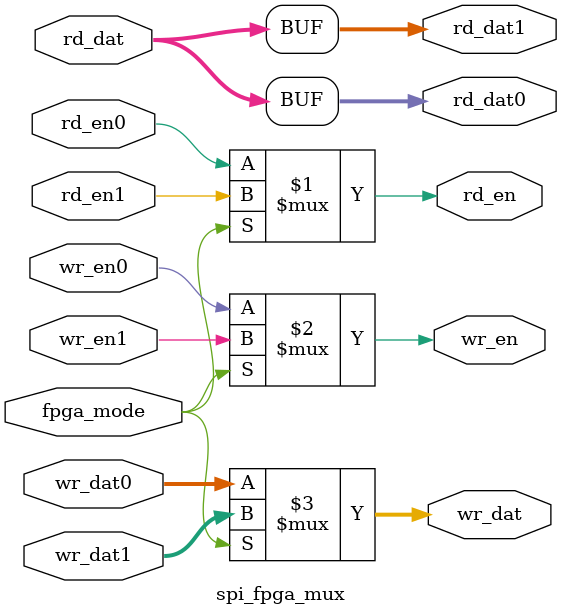
<source format=sv>
module spi_fpga_mux(
    // switch between FPGA and pico SPI
    input fpga_mode,

    // Interface with SD controller FIFOs
    output rd_en,
    input [7:0] rd_dat,

    output wr_en,
    output [7:0] wr_dat,

    // Interface 0 (For the PICO)
    input rd_en0,
    output [7:0] rd_dat0,
    input wr_en0,
    input [7:0] wr_dat0,

    // Interface 1 (For the FPGA)
    input rd_en1,
    output [7:0] rd_dat1,
    input wr_en1,
    input [7:0] wr_dat1
);

assign rd_en = fpga_mode ? rd_en1 : rd_en0;
assign wr_en = fpga_mode ? wr_en1 : wr_en0;
assign wr_dat = fpga_mode ? wr_dat1 : wr_dat0;

assign rd_dat0 = rd_dat;
assign rd_dat1 = rd_dat;

endmodule

</source>
